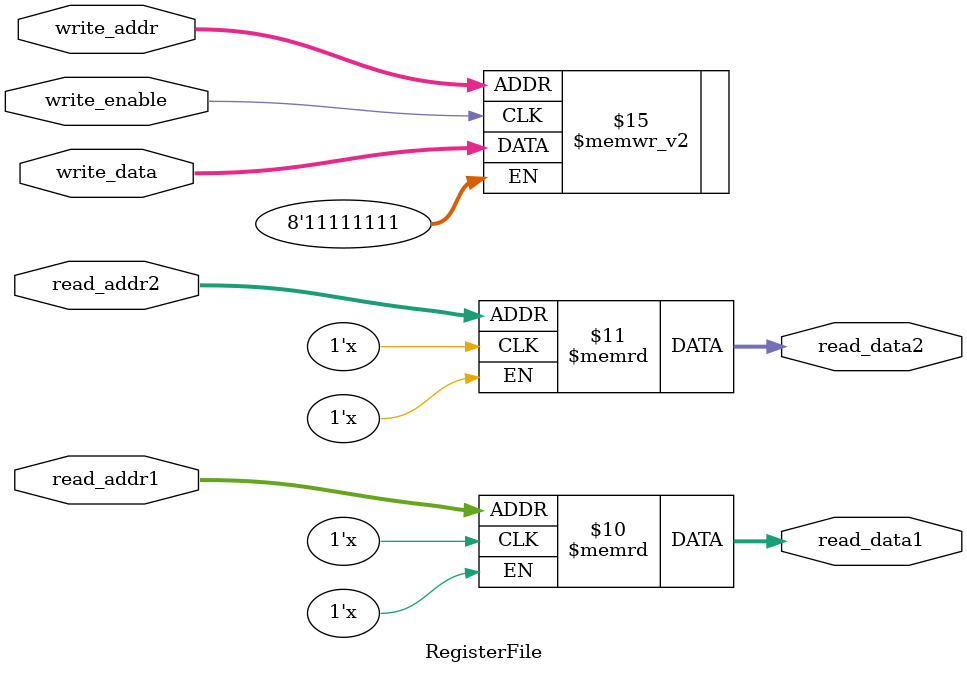
<source format=v>
module RegisterFile (
    input [7:0] write_data, 
    input [2:0] read_addr1, 
    input [2:0] read_addr2,   
    input [2:0] write_addr,  
    input write_enable,       
    output reg [7:0] read_data1, 
    output reg [7:0] read_data2   
);
    reg [7:0] registers [0:7]; 

    always @(posedge write_enable) begin
        if (write_enable)
            registers[write_addr] <= write_data;
    end

    
    always @(*) begin
        read_data1 = registers[read_addr1];
        read_data2 = registers[read_addr2];
    end
endmodule

</source>
